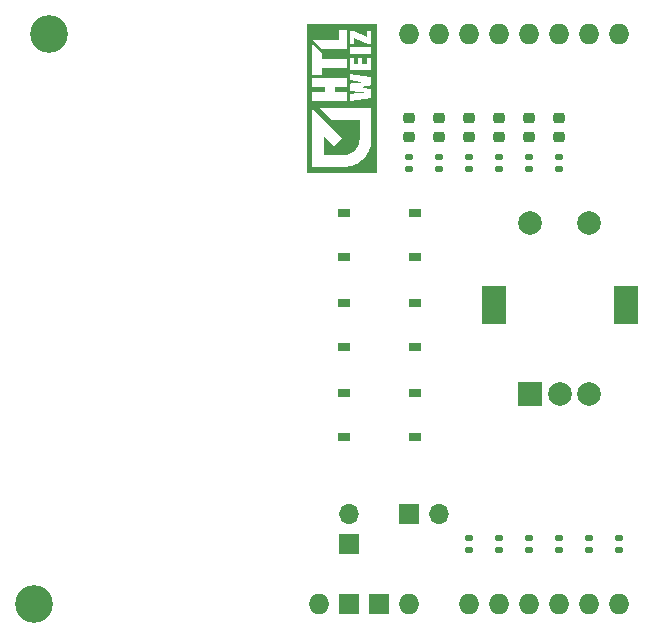
<source format=gbr>
%TF.GenerationSoftware,KiCad,Pcbnew,(7.0.0)*%
%TF.CreationDate,2023-03-08T01:03:57+01:00*%
%TF.ProjectId,simple-io-shield,73696d70-6c65-42d6-996f-2d736869656c,rev0*%
%TF.SameCoordinates,Original*%
%TF.FileFunction,Soldermask,Top*%
%TF.FilePolarity,Negative*%
%FSLAX46Y46*%
G04 Gerber Fmt 4.6, Leading zero omitted, Abs format (unit mm)*
G04 Created by KiCad (PCBNEW (7.0.0)) date 2023-03-08 01:03:57*
%MOMM*%
%LPD*%
G01*
G04 APERTURE LIST*
G04 Aperture macros list*
%AMRoundRect*
0 Rectangle with rounded corners*
0 $1 Rounding radius*
0 $2 $3 $4 $5 $6 $7 $8 $9 X,Y pos of 4 corners*
0 Add a 4 corners polygon primitive as box body*
4,1,4,$2,$3,$4,$5,$6,$7,$8,$9,$2,$3,0*
0 Add four circle primitives for the rounded corners*
1,1,$1+$1,$2,$3*
1,1,$1+$1,$4,$5*
1,1,$1+$1,$6,$7*
1,1,$1+$1,$8,$9*
0 Add four rect primitives between the rounded corners*
20,1,$1+$1,$2,$3,$4,$5,0*
20,1,$1+$1,$4,$5,$6,$7,0*
20,1,$1+$1,$6,$7,$8,$9,0*
20,1,$1+$1,$8,$9,$2,$3,0*%
G04 Aperture macros list end*
%ADD10RoundRect,0.218750X0.256250X-0.218750X0.256250X0.218750X-0.256250X0.218750X-0.256250X-0.218750X0*%
%ADD11C,3.200000*%
%ADD12O,1.727200X1.727200*%
%ADD13R,1.727200X1.727200*%
%ADD14RoundRect,0.135000X-0.185000X0.135000X-0.185000X-0.135000X0.185000X-0.135000X0.185000X0.135000X0*%
%ADD15R,1.700000X1.700000*%
%ADD16O,1.700000X1.700000*%
%ADD17R,1.000000X0.750000*%
%ADD18R,2.000000X2.000000*%
%ADD19C,2.000000*%
%ADD20R,2.000000X3.200000*%
G04 APERTURE END LIST*
%TO.C,REF\u002A\u002A*%
G36*
X161462925Y-93045975D02*
G01*
X161462925Y-92545746D01*
X161968334Y-92545746D01*
X164564039Y-92545716D01*
X164687614Y-92542440D01*
X164809552Y-92533034D01*
X164929703Y-92517648D01*
X165047916Y-92496431D01*
X165164043Y-92469533D01*
X165277933Y-92437105D01*
X165389436Y-92399296D01*
X165498402Y-92356256D01*
X165604682Y-92308135D01*
X165708125Y-92255082D01*
X165808582Y-92197249D01*
X165905903Y-92134784D01*
X165999937Y-92067838D01*
X166090536Y-91996561D01*
X166177548Y-91921102D01*
X166260825Y-91841611D01*
X166340216Y-91758239D01*
X166415571Y-91671135D01*
X166486741Y-91580449D01*
X166553575Y-91486331D01*
X166615924Y-91388932D01*
X166673638Y-91288400D01*
X166726566Y-91184886D01*
X166774560Y-91078540D01*
X166817468Y-90969511D01*
X166855142Y-90857950D01*
X166887431Y-90744007D01*
X166914186Y-90627831D01*
X166935256Y-90509572D01*
X166950491Y-90389381D01*
X166959743Y-90267406D01*
X166962860Y-90143799D01*
X166962860Y-87551194D01*
X165143848Y-87551194D01*
X164920606Y-87551194D01*
X164920593Y-87551194D01*
X162645811Y-87551194D01*
X162643211Y-87553795D01*
X163657102Y-88567169D01*
X165952570Y-88567169D01*
X165952570Y-90145882D01*
X165950760Y-90217542D01*
X165945390Y-90288253D01*
X165936547Y-90357928D01*
X165924317Y-90426481D01*
X165908788Y-90493823D01*
X165890047Y-90559868D01*
X165868181Y-90624530D01*
X165843277Y-90687721D01*
X165815424Y-90749354D01*
X165784706Y-90809343D01*
X165751213Y-90867600D01*
X165715030Y-90924039D01*
X165676246Y-90978572D01*
X165634947Y-91031113D01*
X165591220Y-91081574D01*
X165545154Y-91129869D01*
X165496833Y-91175910D01*
X165446347Y-91219612D01*
X165393782Y-91260886D01*
X165339226Y-91299646D01*
X165282765Y-91335805D01*
X165224486Y-91369275D01*
X165164478Y-91399971D01*
X165102826Y-91427805D01*
X165039618Y-91452690D01*
X164974942Y-91474539D01*
X164908884Y-91493265D01*
X164841532Y-91508782D01*
X164772972Y-91521001D01*
X164703293Y-91529837D01*
X164632581Y-91535203D01*
X164560922Y-91537010D01*
X162980657Y-91537010D01*
X162980657Y-89989304D01*
X162983257Y-89986206D01*
X163762022Y-90757736D01*
X164466371Y-90052353D01*
X162981708Y-88566139D01*
X161968334Y-87551216D01*
X161968334Y-92545746D01*
X161462925Y-92545746D01*
X161462925Y-86994149D01*
X161962635Y-86994149D01*
X164920593Y-86994149D01*
X164920593Y-86927483D01*
X165143848Y-86927483D01*
X166957175Y-86668587D01*
X166957175Y-85951317D01*
X166358314Y-85847678D01*
X166151455Y-85813126D01*
X166006329Y-85790085D01*
X166137768Y-85770749D01*
X166265615Y-85750676D01*
X166389869Y-85729867D01*
X166510527Y-85708326D01*
X166627589Y-85686055D01*
X166741052Y-85663059D01*
X166850915Y-85639339D01*
X166957175Y-85614899D01*
X166957175Y-84893494D01*
X166957174Y-84893494D01*
X165143849Y-84635628D01*
X165143849Y-85197350D01*
X165301694Y-85224365D01*
X165460473Y-85249416D01*
X165620175Y-85272505D01*
X165780789Y-85293633D01*
X165942305Y-85312803D01*
X166104709Y-85330016D01*
X166267993Y-85345275D01*
X166432143Y-85358582D01*
X165742261Y-85422661D01*
X165510379Y-85445778D01*
X165333300Y-85463976D01*
X165211099Y-85477279D01*
X165143848Y-85485710D01*
X165143848Y-86086190D01*
X165331609Y-86116655D01*
X165510175Y-86144105D01*
X165679541Y-86168548D01*
X165839703Y-86189989D01*
X165990657Y-86208436D01*
X166132396Y-86223894D01*
X166264918Y-86236371D01*
X166388217Y-86245873D01*
X165776368Y-86304779D01*
X165143848Y-86365761D01*
X165143848Y-86927483D01*
X164920593Y-86927483D01*
X164920593Y-86228821D01*
X163873628Y-86228821D01*
X163873628Y-85801461D01*
X164920593Y-85801461D01*
X164920593Y-85039231D01*
X162758968Y-85039231D01*
X161962635Y-85039231D01*
X161962635Y-85801461D01*
X163042156Y-85801461D01*
X163042156Y-86228821D01*
X161962635Y-86228821D01*
X161962635Y-86994149D01*
X161462925Y-86994149D01*
X161462925Y-84791184D01*
X161962635Y-84791184D01*
X162758968Y-84791191D01*
X162758968Y-84367432D01*
X165143848Y-84367432D01*
X166957174Y-84367432D01*
X166957174Y-83339073D01*
X166594406Y-83339073D01*
X166594406Y-83789177D01*
X166195464Y-83789177D01*
X166195464Y-83339073D01*
X165850782Y-83339073D01*
X165850782Y-83789177D01*
X165506617Y-83789177D01*
X165506617Y-83339073D01*
X165143848Y-83339073D01*
X165143848Y-84367432D01*
X162758968Y-84367432D01*
X162758968Y-84174172D01*
X164920593Y-84174172D01*
X164920593Y-83411942D01*
X162758968Y-83411942D01*
X162758968Y-82994904D01*
X165143848Y-82994904D01*
X166957174Y-82994904D01*
X166957174Y-82416642D01*
X165143848Y-82416642D01*
X165143848Y-82994904D01*
X162758968Y-82994904D01*
X162758968Y-82914299D01*
X161962635Y-82106079D01*
X161962635Y-84791184D01*
X161462925Y-84791184D01*
X161462925Y-81817200D01*
X162014324Y-81817200D01*
X162776552Y-82579430D01*
X164920606Y-82579430D01*
X164920606Y-82105034D01*
X165143848Y-82105034D01*
X165506617Y-82105034D01*
X165506617Y-81647698D01*
X166694141Y-82152062D01*
X166957174Y-82152062D01*
X166957174Y-81026551D01*
X166594406Y-81026551D01*
X166594406Y-81519028D01*
X165506617Y-81026551D01*
X165143848Y-81026551D01*
X165143848Y-82105034D01*
X164920606Y-82105034D01*
X164920606Y-80939736D01*
X164197136Y-80939736D01*
X164197136Y-81817200D01*
X162014324Y-81817200D01*
X161462925Y-81817200D01*
X161462925Y-80440026D01*
X167463075Y-80440026D01*
X167463075Y-93045975D01*
X161968334Y-93045975D01*
X161462925Y-93045975D01*
G37*
%TD*%
D10*
%TO.C,D4*%
X177800000Y-89967000D03*
X177800000Y-88392000D03*
%TD*%
D11*
%TO.C,XA1*%
X138430000Y-129540000D03*
X139700000Y-81280000D03*
D12*
X162559999Y-129539999D03*
X175259999Y-129539999D03*
X177799999Y-129539999D03*
X180339999Y-129539999D03*
X182879999Y-129539999D03*
X185419999Y-129539999D03*
X187959999Y-129539999D03*
X187959999Y-81279999D03*
X185419999Y-81279999D03*
X182879999Y-81279999D03*
X180339999Y-81279999D03*
X177799999Y-81279999D03*
X175259999Y-81279999D03*
X172719999Y-81279999D03*
X170179999Y-81279999D03*
D13*
X165099999Y-129539999D03*
X167639999Y-129539999D03*
D12*
X170179999Y-129539999D03*
%TD*%
D14*
%TO.C,R5*%
X170180000Y-91719500D03*
X170180000Y-92739500D03*
%TD*%
D15*
%TO.C,J2*%
X165099999Y-124459999D03*
D16*
X165099999Y-121919999D03*
%TD*%
D14*
%TO.C,R2*%
X177800000Y-123950000D03*
X177800000Y-124970000D03*
%TD*%
D10*
%TO.C,D3*%
X180340000Y-89967000D03*
X180340000Y-88392000D03*
%TD*%
D14*
%TO.C,R3*%
X180340000Y-123950000D03*
X180340000Y-124970000D03*
%TD*%
D17*
%TO.C,SW1*%
X164639999Y-104042999D03*
X170639999Y-104042999D03*
X164639999Y-107792999D03*
X170639999Y-107792999D03*
%TD*%
D18*
%TO.C,SW3*%
X180419999Y-111759999D03*
D19*
X185420000Y-111760000D03*
X182920000Y-111760000D03*
D20*
X177319999Y-104259999D03*
X188519999Y-104259999D03*
D19*
X185420000Y-97260000D03*
X180420000Y-97260000D03*
%TD*%
D10*
%TO.C,D2*%
X182880000Y-89967000D03*
X182880000Y-88392000D03*
%TD*%
D14*
%TO.C,R4*%
X187960000Y-123950000D03*
X187960000Y-124970000D03*
%TD*%
D10*
%TO.C,D6*%
X172720000Y-89967000D03*
X172720000Y-88392000D03*
%TD*%
D14*
%TO.C,R8*%
X182880000Y-123951240D03*
X182880000Y-124971240D03*
%TD*%
%TO.C,R7*%
X185420000Y-123950000D03*
X185420000Y-124970000D03*
%TD*%
D10*
%TO.C,D5*%
X175260000Y-89967000D03*
X175260000Y-88392000D03*
%TD*%
D14*
%TO.C,R1*%
X175260000Y-123950000D03*
X175260000Y-124970000D03*
%TD*%
D10*
%TO.C,D7*%
X170180000Y-89967000D03*
X170180000Y-88392000D03*
%TD*%
D14*
%TO.C,R11*%
X180340000Y-91719500D03*
X180340000Y-92739500D03*
%TD*%
D17*
%TO.C,SW2*%
X164639999Y-96422999D03*
X170639999Y-96422999D03*
X164639999Y-100172999D03*
X170639999Y-100172999D03*
%TD*%
D14*
%TO.C,R9*%
X175260000Y-91719500D03*
X175260000Y-92739500D03*
%TD*%
%TO.C,R6*%
X172720000Y-91719500D03*
X172720000Y-92739500D03*
%TD*%
%TO.C,R12*%
X182880000Y-91719500D03*
X182880000Y-92739500D03*
%TD*%
%TO.C,R10*%
X177800000Y-91719500D03*
X177800000Y-92739500D03*
%TD*%
D17*
%TO.C,SW0*%
X164639999Y-111662999D03*
X170639999Y-111662999D03*
X164639999Y-115412999D03*
X170639999Y-115412999D03*
%TD*%
D15*
%TO.C,J1*%
X170179999Y-121919999D03*
D16*
X172719999Y-121919999D03*
%TD*%
M02*

</source>
